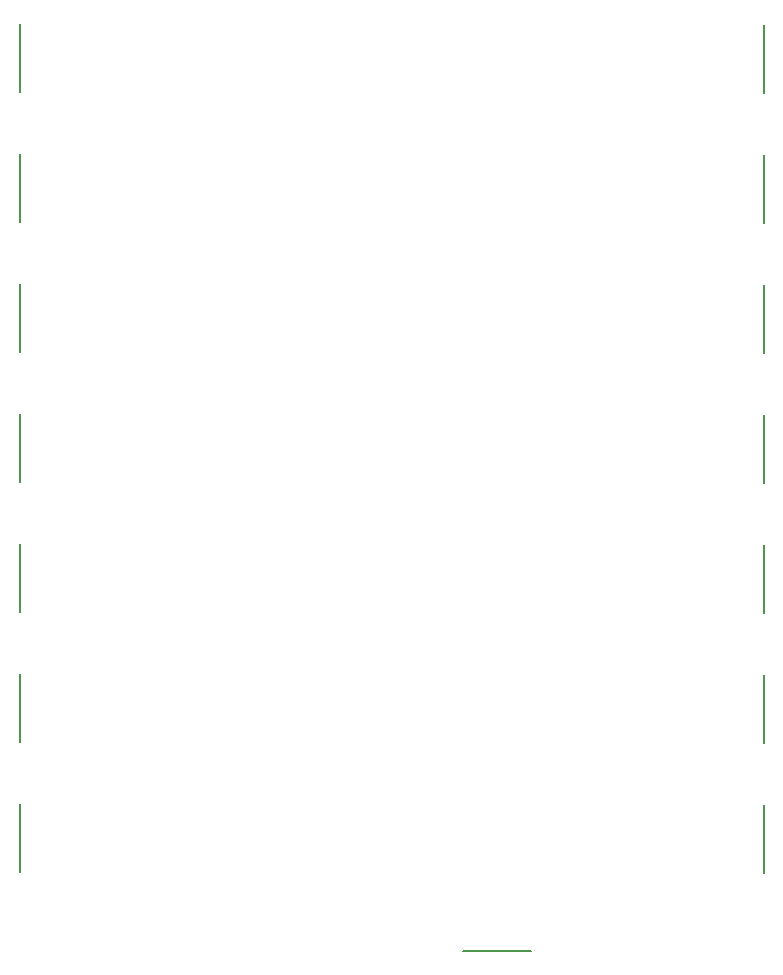
<source format=gbr>
G04 #@! TF.FileFunction,Paste,Bot*
%FSLAX46Y46*%
G04 Gerber Fmt 4.6, Leading zero omitted, Abs format (unit mm)*
G04 Created by KiCad (PCBNEW 4.0.7) date Thursday, May 31, 2018 'PMt' 11:14:33 PM*
%MOMM*%
%LPD*%
G01*
G04 APERTURE LIST*
%ADD10C,0.100000*%
%ADD11C,0.150000*%
G04 APERTURE END LIST*
D10*
D11*
X107760000Y-42920000D02*
X107760000Y-37150000D01*
X107760000Y-53920000D02*
X107760000Y-48150000D01*
X107760000Y-64920000D02*
X107760000Y-59150000D01*
X107760000Y-75920000D02*
X107760000Y-70150000D01*
X107760000Y-86920000D02*
X107760000Y-81150000D01*
X107760000Y-97920000D02*
X107760000Y-92150000D01*
X107760000Y-108920000D02*
X107760000Y-103150000D01*
X82280000Y-115535000D02*
X88050000Y-115535000D01*
X44740000Y-37080000D02*
X44740000Y-42850000D01*
X44740000Y-48080000D02*
X44740000Y-53850000D01*
X44740000Y-59080000D02*
X44740000Y-64850000D01*
X44740000Y-70080000D02*
X44740000Y-75850000D01*
X44740000Y-81080000D02*
X44740000Y-86850000D01*
X44740000Y-92080000D02*
X44740000Y-97850000D01*
X44740000Y-103080000D02*
X44740000Y-108850000D01*
M02*

</source>
